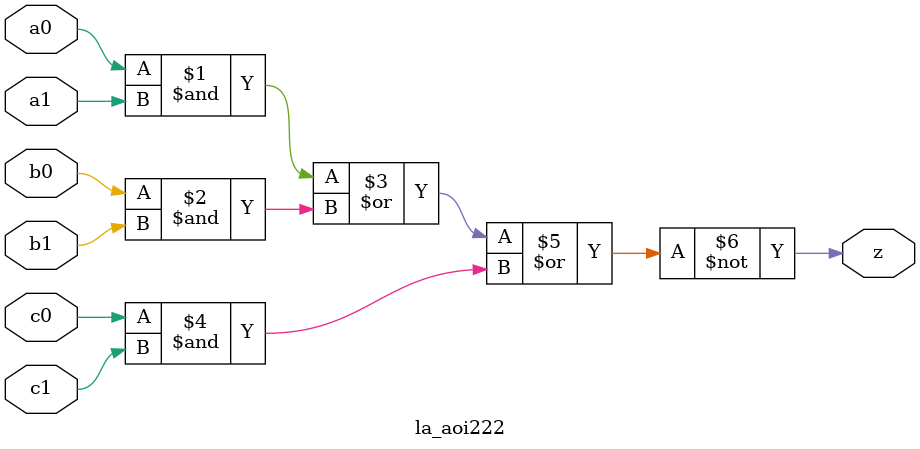
<source format=v>

module la_aoi222 #(parameter PROP = "DEFAULT")   (
    input  a0,
    input  a1,
    input  b0,
    input  b1,
    input  c0,
    input  c1,
    output z
    );

   assign z = ~((a0 & a1) | (b0 & b1) | (c0 & c1));

endmodule

</source>
